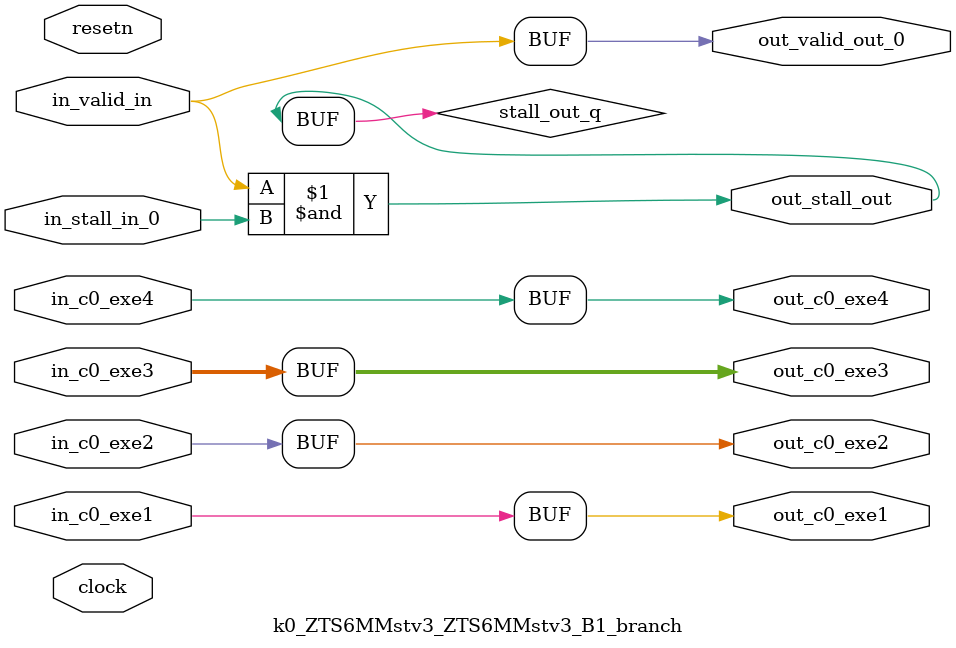
<source format=sv>



(* altera_attribute = "-name AUTO_SHIFT_REGISTER_RECOGNITION OFF; -name MESSAGE_DISABLE 10036; -name MESSAGE_DISABLE 10037; -name MESSAGE_DISABLE 14130; -name MESSAGE_DISABLE 14320; -name MESSAGE_DISABLE 15400; -name MESSAGE_DISABLE 14130; -name MESSAGE_DISABLE 10036; -name MESSAGE_DISABLE 12020; -name MESSAGE_DISABLE 12030; -name MESSAGE_DISABLE 12010; -name MESSAGE_DISABLE 12110; -name MESSAGE_DISABLE 14320; -name MESSAGE_DISABLE 13410; -name MESSAGE_DISABLE 113007; -name MESSAGE_DISABLE 10958" *)
module k0_ZTS6MMstv3_ZTS6MMstv3_B1_branch (
    input wire [0:0] in_c0_exe1,
    input wire [0:0] in_c0_exe2,
    input wire [63:0] in_c0_exe3,
    input wire [0:0] in_c0_exe4,
    input wire [0:0] in_stall_in_0,
    input wire [0:0] in_valid_in,
    output wire [0:0] out_c0_exe1,
    output wire [0:0] out_c0_exe2,
    output wire [63:0] out_c0_exe3,
    output wire [0:0] out_c0_exe4,
    output wire [0:0] out_stall_out,
    output wire [0:0] out_valid_out_0,
    input wire clock,
    input wire resetn
    );

    wire [0:0] stall_out_q;


    // out_c0_exe1(GPOUT,8)
    assign out_c0_exe1 = in_c0_exe1;

    // out_c0_exe2(GPOUT,9)
    assign out_c0_exe2 = in_c0_exe2;

    // out_c0_exe3(GPOUT,10)
    assign out_c0_exe3 = in_c0_exe3;

    // out_c0_exe4(GPOUT,11)
    assign out_c0_exe4 = in_c0_exe4;

    // stall_out(LOGICAL,14)
    assign stall_out_q = in_valid_in & in_stall_in_0;

    // out_stall_out(GPOUT,12)
    assign out_stall_out = stall_out_q;

    // out_valid_out_0(GPOUT,13)
    assign out_valid_out_0 = in_valid_in;

endmodule

</source>
